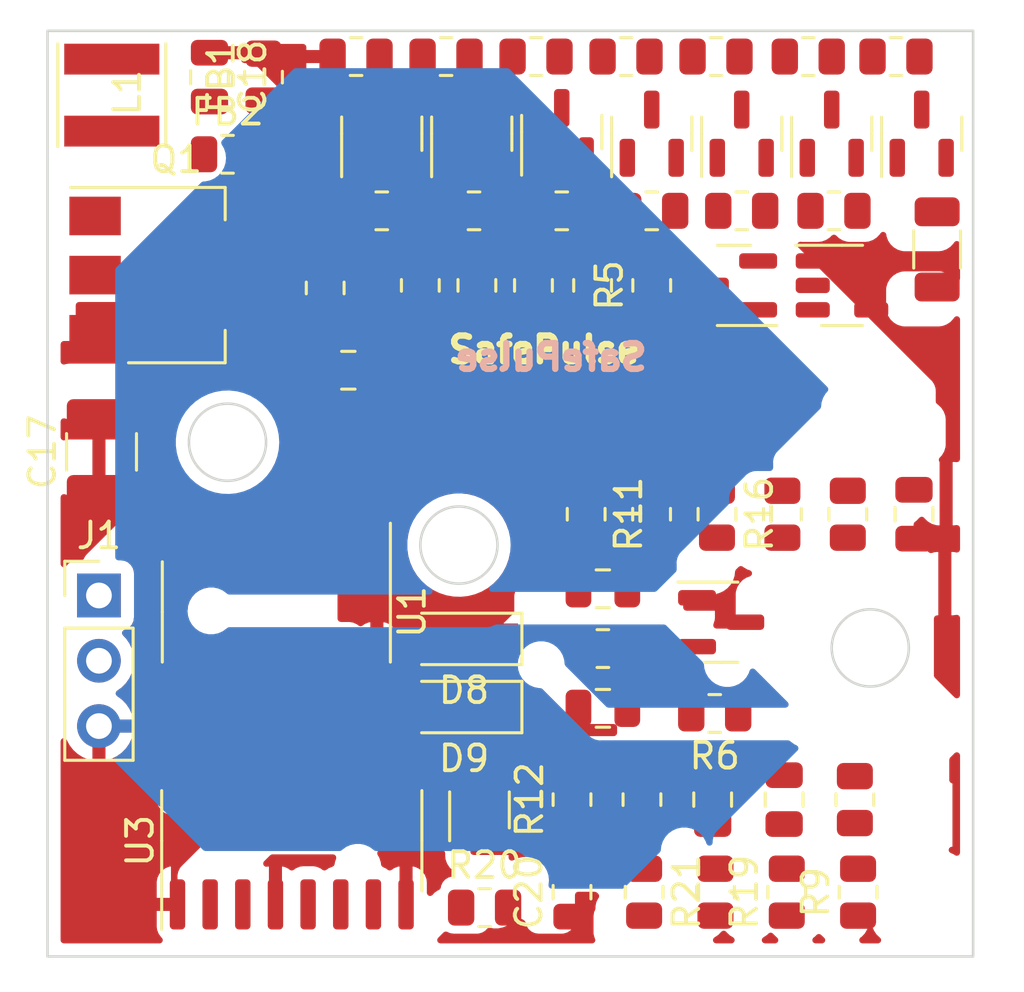
<source format=kicad_pcb>
(kicad_pcb (version 20210108) (generator pcbnew)
  (layers (0 "F.Cu" signal) (31 "B.Cu" signal) (34 "B.Paste" user) (35 "F.Paste" user) (36 "B.SilkS" user "B.Silkscreen") (37 "F.SilkS" user "F.Silkscreen") (38 "B.Mask" user) (39 "F.Mask" user) (44 "Edge.Cuts" user))
  (net 0 "")
  (net 1 "Net-(C1-Pad2)")
  (net 2 "Net-(C2-Pad2)")
  (net 3 "GND")
  (net 4 "Net-(C3-Pad2)")
  (net 5 "Net-(C4-Pad2)")
  (net 6 "Net-(C5-Pad2)")
  (net 7 "Net-(C6-Pad2)")
  (net 8 "Net-(C7-Pad2)")
  (net 9 "Net-(C10-Pad1)")
  (net 10 "Net-(C11-Pad1)")
  (net 11 "Net-(C10-Pad2)")
  (net 12 "Net-(C11-Pad2)")
  (net 13 "Net-(C12-Pad2)")
  (net 14 "Net-(D7-Pad2)")
  (net 15 "Net-(D8-Pad2)")
  (net 16 "Net-(D8-Pad1)")
  (net 17 "Net-(D9-Pad1)")
  (net 18 "Net-(D9-Pad2)")
  (net 19 "+3V3")
  (net 20 "Net-(C2-Pad1)")
  (net 21 "Net-(Q2-Pad3)")
  (net 22 "Net-(Q2-Pad1)")
  (net 23 "Net-(Q3-Pad1)")
  (net 24 "Net-(D7-Pad3)")
  (net 25 "Net-(Q3-Pad5)")
  (net 26 "Net-(U2-Pad5)")
  (net 27 "Net-(R4-Pad1)")
  (net 28 "+2V5")
  (net 29 "Net-(Q1-Pad2)")
  (net 30 "Net-(R7-Pad2)")
  (net 31 "Net-(U3-Pad14)")
  (net 32 "Net-(U3-Pad10)")
  (net 33 "Net-(U3-Pad9)")
  (net 34 "Net-(U3-Pad7)")
  (net 35 "Net-(C14-Pad1)")
  (net 36 "Net-(U4-Pad3)")
  (net 37 "Net-(C15-Pad1)")
  (net 38 "Net-(R8-Pad2)")
  (net 39 "Net-(C16-Pad1)")
  (net 40 "Net-(C19-Pad1)")
  (net 41 "Net-(C18-Pad1)")
  (net 42 "Net-(R1-Pad2)")
  (net 43 "Net-(R2-Pad1)")
  (net 44 "Net-(R3-Pad1)")
  (net 45 "Net-(FB2-Pad2)")
  (net 46 "Net-(C20-Pad1)")
  (net 47 "Net-(C21-Pad1)")
  (net 48 "Net-(C22-Pad1)")
  (net 49 "Net-(R21-Pad1)")
  (footprint "Resistor_SMD:R_0805_2012Metric" (layer "F.Cu") (at 123.204 97.5 -90)
    (fp_text reference "R21" (at 0 -1.65 -270) (layer "F.SilkS"))
    (fp_text value "47k")
    (fp_line (start -0.227064 -0.735) (end 0.227064 -0.735) (layer "F.SilkS") (width 0.12))
    (fp_line (start -0.227064 0.735) (end 0.227064 0.735) (layer "F.SilkS") (width 0.12))
    (pad "1" smd roundrect (at -0.9125 0 270) (size 1.025 1.4) (layers "F.Cu" "F.Paste" "F.Mask") (roundrect_rratio 0.243902) (net 49 "Net-(R21-Pad1)"))
    (pad "2" smd roundrect (at 0.9125 0 270) (size 1.025 1.4) (layers "F.Cu" "F.Paste" "F.Mask") (roundrect_rratio 0.243902) (net 48 "Net-(C22-Pad1)"))
  )
  (footprint "Resistor_SMD:R_0805_2012Metric" (layer "F.Cu") (at 119 65)
    (fp_text reference "C5" hide)
    (fp_text value "0.1" hide)
    (fp_line (start -0.227064 -0.735) (end 0.227064 -0.735) (layer "F.SilkS") (width 0.12))
    (fp_line (start -0.227064 0.735) (end 0.227064 0.735) (layer "F.SilkS") (width 0.12))
    (pad "1" smd roundrect (at -0.9125 0) (size 1.025 1.4) (layers "F.Cu" "F.Paste" "F.Mask") (roundrect_rratio 0.243902) (net 4 "Net-(C3-Pad2)"))
    (pad "2" smd roundrect (at 0.9125 0) (size 1.025 1.4) (layers "F.Cu" "F.Paste" "F.Mask") (roundrect_rratio 0.243902) (net 6 "Net-(C5-Pad2)"))
  )
  (footprint "Resistor_SMD:R_0805_2012Metric" (layer "F.Cu") (at 128.582 82.8 -90)
    (fp_text reference "R13" hide)
    (fp_text value "100")
    (fp_line (start -0.227064 -0.735) (end 0.227064 -0.735) (layer "F.SilkS") (width 0.12))
    (fp_line (start -0.227064 0.735) (end 0.227064 0.735) (layer "F.SilkS") (width 0.12))
    (pad "1" smd roundrect (at -0.9125 0 270) (size 1.025 1.4) (layers "F.Cu" "F.Paste" "F.Mask") (roundrect_rratio 0.243902) (net 19 "+3V3"))
    (pad "2" smd roundrect (at 0.9125 0 270) (size 1.025 1.4) (layers "F.Cu" "F.Paste" "F.Mask") (roundrect_rratio 0.243902) (net 40 "Net-(C19-Pad1)"))
  )
  (footprint "Package_TO_SOT_SMD:SOT-23" (layer "F.Cu") (at 130.5 68 90)
    (fp_text reference "D6" hide)
    (fp_text value "BAV23" hide)
    (fp_line (start 0 1.56) (end 0.65 1.56) (layer "F.SilkS") (width 0.12))
    (fp_line (start 0 -1.56) (end -1.675 -1.56) (layer "F.SilkS") (width 0.12))
    (fp_line (start 0 -1.56) (end 0.65 -1.56) (layer "F.SilkS") (width 0.12))
    (fp_line (start 0 1.56) (end -0.65 1.56) (layer "F.SilkS") (width 0.12))
    (pad "1" smd roundrect (at -0.9375 -0.95 90) (size 1.475 0.6) (layers "F.Cu" "F.Paste" "F.Mask") (net 11 "Net-(C10-Pad2)"))
    (pad "2" smd roundrect (at -0.9375 0.95 90) (size 1.475 0.6) (layers "F.Cu" "F.Paste" "F.Mask") (net 13 "Net-(C12-Pad2)"))
    (pad "3" smd roundrect (at 0.9375 0 90) (size 1.475 0.6) (layers "F.Cu" "F.Paste" "F.Mask") (net 12 "Net-(C11-Pad2)"))
  )
  (footprint "Package_TO_SOT_SMD:SOT-23" (layer "F.Cu") (at 116.5 68 90)
    (fp_text reference "D2" hide)
    (fp_text value "BAV23" hide)
    (fp_line (start 0 -1.56) (end -1.675 -1.56) (layer "F.SilkS") (width 0.12))
    (fp_line (start 0 -1.56) (end 0.65 -1.56) (layer "F.SilkS") (width 0.12))
    (fp_line (start 0 1.56) (end 0.65 1.56) (layer "F.SilkS") (width 0.12))
    (fp_line (start 0 1.56) (end -0.65 1.56) (layer "F.SilkS") (width 0.12))
    (pad "1" smd roundrect (at -0.9375 -0.95 90) (size 1.475 0.6) (layers "F.Cu" "F.Paste" "F.Mask") (net 2 "Net-(C2-Pad2)"))
    (pad "2" smd roundrect (at -0.9375 0.95 90) (size 1.475 0.6) (layers "F.Cu" "F.Paste" "F.Mask") (net 5 "Net-(C4-Pad2)"))
    (pad "3" smd roundrect (at 0.9375 0 90) (size 1.475 0.6) (layers "F.Cu" "F.Paste" "F.Mask") (net 4 "Net-(C3-Pad2)"))
  )
  (footprint "Package_TO_SOT_SMD:SOT-363_SC-70-6" (layer "F.Cu") (at 116.8 94.3 90)
    (fp_text reference "Q3" hide)
    (fp_text value "MMDT3906" hide)
    (fp_line (start 0.7 -1.16) (end -1.2 -1.16) (layer "F.SilkS") (width 0.12))
    (fp_line (start -0.7 1.16) (end 0.7 1.16) (layer "F.SilkS") (width 0.12))
    (pad "1" smd rect (at -0.95 -0.65 90) (size 0.65 0.4) (layers "F.Cu" "F.Paste" "F.Mask") (net 23 "Net-(Q3-Pad1)"))
    (pad "2" smd rect (at -0.95 0 90) (size 0.65 0.4) (layers "F.Cu" "F.Paste" "F.Mask") (net 46 "Net-(C20-Pad1)"))
    (pad "3" smd rect (at -0.95 0.65 90) (size 0.65 0.4) (layers "F.Cu" "F.Paste" "F.Mask") (net 3 "GND"))
    (pad "4" smd rect (at 0.95 0.65 90) (size 0.65 0.4) (layers "F.Cu" "F.Paste" "F.Mask") (net 23 "Net-(Q3-Pad1)"))
    (pad "5" smd rect (at 0.95 0 90) (size 0.65 0.4) (layers "F.Cu" "F.Paste" "F.Mask") (net 25 "Net-(Q3-Pad5)"))
    (pad "6" smd rect (at 0.95 -0.65 90) (size 0.65 0.4) (layers "F.Cu" "F.Paste" "F.Mask") (net 22 "Net-(Q2-Pad1)"))
  )
  (footprint "Resistor_SMD:R_0805_2012Metric" (layer "F.Cu") (at 123.12 93.9 90)
    (fp_text reference "R18" hide)
    (fp_text value "499k" hide)
    (fp_line (start -0.227064 -0.735) (end 0.227064 -0.735) (layer "F.SilkS") (width 0.12))
    (fp_line (start -0.227064 0.735) (end 0.227064 0.735) (layer "F.SilkS") (width 0.12))
    (pad "1" smd roundrect (at -0.9125 0 90) (size 1.025 1.4) (layers "F.Cu" "F.Paste" "F.Mask") (roundrect_rratio 0.243902) (net 47 "Net-(C21-Pad1)"))
    (pad "2" smd roundrect (at 0.9125 0 90) (size 1.025 1.4) (layers "F.Cu" "F.Paste" "F.Mask") (roundrect_rratio 0.243902) (net 23 "Net-(Q3-Pad1)"))
  )
  (footprint "Resistor_SMD:R_0805_2012Metric" (layer "F.Cu") (at 126 65)
    (fp_text reference "C9" hide)
    (fp_text value "0.1" hide)
    (fp_line (start -0.227064 -0.735) (end 0.227064 -0.735) (layer "F.SilkS") (width 0.12))
    (fp_line (start -0.227064 0.735) (end 0.227064 0.735) (layer "F.SilkS") (width 0.12))
    (pad "1" smd roundrect (at -0.9125 0) (size 1.025 1.4) (layers "F.Cu" "F.Paste" "F.Mask") (roundrect_rratio 0.243902) (net 8 "Net-(C7-Pad2)"))
    (pad "2" smd roundrect (at 0.9125 0) (size 1.025 1.4) (layers "F.Cu" "F.Paste" "F.Mask") (roundrect_rratio 0.243902) (net 10 "Net-(C11-Pad1)"))
  )
  (footprint "Capacitor_SMD:C_0805_2012Metric" (layer "F.Cu") (at 121.6 85.7)
    (fp_text reference "C19" hide)
    (fp_text value "1uF")
    (fp_line (start -0.261252 0.735) (end 0.261252 0.735) (layer "F.SilkS") (width 0.12))
    (fp_line (start -0.261252 -0.735) (end 0.261252 -0.735) (layer "F.SilkS") (width 0.12))
    (pad "1" smd roundrect (at -0.95 0) (size 1 1.45) (layers "F.Cu" "F.Paste" "F.Mask") (net 40 "Net-(C19-Pad1)"))
    (pad "2" smd roundrect (at 0.95 0) (size 1 1.45) (layers "F.Cu" "F.Paste" "F.Mask") (net 3 "GND"))
  )
  (footprint "Package_TO_SOT_SMD:SOT-23" (layer "F.Cu") (at 113 68 90)
    (fp_text reference "D1" hide)
    (fp_text value "BAV23" hide)
    (fp_line (start 0 -1.56) (end 0.65 -1.56) (layer "F.SilkS") (width 0.12))
    (fp_line (start 0 1.56) (end -0.65 1.56) (layer "F.SilkS") (width 0.12))
    (fp_line (start 0 1.56) (end 0.65 1.56) (layer "F.SilkS") (width 0.12))
    (fp_line (start 0 -1.56) (end -1.675 -1.56) (layer "F.SilkS") (width 0.12))
    (pad "1" smd roundrect (at -0.9375 -0.95 90) (size 1.475 0.6) (layers "F.Cu" "F.Paste" "F.Mask") (net 20 "Net-(C2-Pad1)"))
    (pad "2" smd roundrect (at -0.9375 0.95 90) (size 1.475 0.6) (layers "F.Cu" "F.Paste" "F.Mask") (net 2 "Net-(C2-Pad2)"))
    (pad "3" smd roundrect (at 0.9375 0 90) (size 1.475 0.6) (layers "F.Cu" "F.Paste" "F.Mask") (net 1 "Net-(C1-Pad2)"))
  )
  (footprint "Capacitor_SMD:C_0805_2012Metric" (layer "F.Cu") (at 111.7 77.2)
    (fp_text reference "C15" hide)
    (fp_text value "1uF")
    (fp_line (start -0.261252 -0.735) (end 0.261252 -0.735) (layer "F.SilkS") (width 0.12))
    (fp_line (start -0.261252 0.735) (end 0.261252 0.735) (layer "F.SilkS") (width 0.12))
    (pad "1" smd roundrect (at -0.95 0) (size 1 1.45) (layers "F.Cu" "F.Paste" "F.Mask") (net 37 "Net-(C15-Pad1)"))
    (pad "2" smd roundrect (at 0.95 0) (size 1 1.45) (layers "F.Cu" "F.Paste" "F.Mask") (net 3 "GND"))
  )
  (footprint "Resistor_SMD:R_0805_2012Metric" (layer "F.Cu") (at 118.9 73.9 -90)
    (fp_text reference "R3" hide)
    (fp_text value "22M" hide)
    (fp_line (start -0.227064 -0.735) (end 0.227064 -0.735) (layer "F.SilkS") (width 0.12))
    (fp_line (start -0.227064 0.735) (end 0.227064 0.735) (layer "F.SilkS") (width 0.12))
    (pad "1" smd roundrect (at -0.9125 0 270) (size 1.025 1.4) (layers "F.Cu" "F.Paste" "F.Mask") (roundrect_rratio 0.243902) (net 44 "Net-(R3-Pad1)"))
    (pad "2" smd roundrect (at 0.9125 0 270) (size 1.025 1.4) (layers "F.Cu" "F.Paste" "F.Mask") (roundrect_rratio 0.243902) (net 43 "Net-(R2-Pad1)"))
  )
  (footprint "Resistor_SMD:R_0805_2012Metric" (layer "F.Cu") (at 122.5 65)
    (fp_text reference "C7" hide)
    (fp_text value "0.1" hide)
    (fp_line (start -0.227064 0.735) (end 0.227064 0.735) (layer "F.SilkS") (width 0.12))
    (fp_line (start -0.227064 -0.735) (end 0.227064 -0.735) (layer "F.SilkS") (width 0.12))
    (pad "1" smd roundrect (at -0.9125 0) (size 1.025 1.4) (layers "F.Cu" "F.Paste" "F.Mask") (roundrect_rratio 0.243902) (net 6 "Net-(C5-Pad2)"))
    (pad "2" smd roundrect (at 0.9125 0) (size 1.025 1.4) (layers "F.Cu" "F.Paste" "F.Mask") (roundrect_rratio 0.243902) (net 8 "Net-(C7-Pad2)"))
  )
  (footprint "Capacitor_SMD:C_0805_2012Metric" (layer "F.Cu") (at 120.4 97.5 90)
    (fp_text reference "C20" (at 0 -1.68 90) (layer "F.SilkS"))
    (fp_text value "C")
    (fp_line (start -0.261252 0.735) (end 0.261252 0.735) (layer "F.SilkS") (width 0.12))
    (fp_line (start -0.261252 -0.735) (end 0.261252 -0.735) (layer "F.SilkS") (width 0.12))
    (pad "1" smd roundrect (at -0.95 0 90) (size 1 1.45) (layers "F.Cu" "F.Paste" "F.Mask") (net 46 "Net-(C20-Pad1)"))
    (pad "2" smd roundrect (at 0.95 0 90) (size 1 1.45) (layers "F.Cu" "F.Paste" "F.Mask") (net 3 "GND"))
  )
  (footprint "Resistor_SMD:R_0805_2012Metric" (layer "F.Cu") (at 121.2 73.9 90)
    (fp_text reference "R4" hide)
    (fp_text value "22M" hide)
    (fp_line (start -0.227064 -0.735) (end 0.227064 -0.735) (layer "F.SilkS") (width 0.12))
    (fp_line (start -0.227064 0.735) (end 0.227064 0.735) (layer "F.SilkS") (width 0.12))
    (pad "1" smd roundrect (at -0.9125 0 90) (size 1.025 1.4) (layers "F.Cu" "F.Paste" "F.Mask") (roundrect_rratio 0.243902) (net 27 "Net-(R4-Pad1)"))
    (pad "2" smd roundrect (at 0.9125 0 90) (size 1.025 1.4) (layers "F.Cu" "F.Paste" "F.Mask") (roundrect_rratio 0.243902) (net 44 "Net-(R3-Pad1)"))
  )
  (footprint "Resistor_SMD:R_0805_2012Metric" (layer "F.Cu") (at 120.95 82.8 -90)
    (fp_text reference "R11" (at 0 -1.65 90) (layer "F.SilkS"))
    (fp_text value "121k")
    (fp_line (start -0.227064 -0.735) (end 0.227064 -0.735) (layer "F.SilkS") (width 0.12))
    (fp_line (start -0.227064 0.735) (end 0.227064 0.735) (layer "F.SilkS") (width 0.12))
    (pad "1" smd roundrect (at -0.9125 0 270) (size 1.025 1.4) (layers "F.Cu" "F.Paste" "F.Mask") (roundrect_rratio 0.243902) (net 40 "Net-(C19-Pad1)"))
    (pad "2" smd roundrect (at 0.9125 0 270) (size 1.025 1.4) (layers "F.Cu" "F.Paste" "F.Mask") (roundrect_rratio 0.243902) (net 39 "Net-(C16-Pad1)"))
  )
  (footprint "Resistor_SMD:R_0805_2012Metric" (layer "F.Cu") (at 125.978 97.5 90)
    (fp_text reference "R22" hide)
    (fp_text value "20k" hide)
    (fp_line (start -0.227064 -0.735) (end 0.227064 -0.735) (layer "F.SilkS") (width 0.12))
    (fp_line (start -0.227064 0.735) (end 0.227064 0.735) (layer "F.SilkS") (width 0.12))
    (pad "1" smd roundrect (at -0.9125 0 90) (size 1.025 1.4) (layers "F.Cu" "F.Paste" "F.Mask") (roundrect_rratio 0.243902) (net 48 "Net-(C22-Pad1)"))
    (pad "2" smd roundrect (at 0.9125 0 90) (size 1.025 1.4) (layers "F.Cu" "F.Paste" "F.Mask") (roundrect_rratio 0.243902) (net 3 "GND"))
  )
  (footprint "Package_TO_SOT_SMD:SOT-23" (layer "F.Cu") (at 123.5 68 90)
    (fp_text reference "D4" hide)
    (fp_text value "BAV23" hide)
    (fp_line (start 0 1.56) (end -0.65 1.56) (layer "F.SilkS") (width 0.12))
    (fp_line (start 0 -1.56) (end 0.65 -1.56) (layer "F.SilkS") (width 0.12))
    (fp_line (start 0 -1.56) (end -1.675 -1.56) (layer "F.SilkS") (width 0.12))
    (fp_line (start 0 1.56) (end 0.65 1.56) (layer "F.SilkS") (width 0.12))
    (pad "1" smd roundrect (at -0.9375 -0.95 90) (size 1.475 0.6) (layers "F.Cu" "F.Paste" "F.Mask") (net 7 "Net-(C6-Pad2)"))
    (pad "2" smd roundrect (at -0.9375 0.95 90) (size 1.475 0.6) (layers "F.Cu" "F.Paste" "F.Mask") (net 9 "Net-(C10-Pad1)"))
    (pad "3" smd roundrect (at 0.9375 0 90) (size 1.475 0.6) (layers "F.Cu" "F.Paste" "F.Mask") (net 8 "Net-(C7-Pad2)"))
  )
  (footprint "Diode_SMD:D_SOD-123" (layer "F.Cu") (at 116.2 87.65 180)
    (fp_text reference "D8" (at 0 -2) (layer "F.SilkS"))
    (fp_text value "1N4148W")
    (fp_line (start -2.25 -1) (end 1.65 -1) (layer "F.SilkS") (width 0.12))
    (fp_line (start -2.25 -1) (end -2.25 1) (layer "F.SilkS") (width 0.12))
    (fp_line (start -2.25 1) (end 1.65 1) (layer "F.SilkS") (width 0.12))
    (pad "1" smd rect (at -1.65 0 180) (size 0.9 1.2) (layers "F.Cu" "F.Paste" "F.Mask") (net 16 "Net-(D8-Pad1)"))
    (pad "2" smd rect (at 1.65 0 180) (size 0.9 1.2) (layers "F.Cu" "F.Paste" "F.Mask") (net 15 "Net-(D8-Pad2)"))
  )
  (footprint "Resistor_SMD:R_0805_2012Metric" (layer "F.Cu") (at 110.8 74 90)
    (fp_text reference "R10" hide)
    (fp_text value "R")
    (fp_line (start -0.227064 -0.735) (end 0.227064 -0.735) (layer "F.SilkS") (width 0.12))
    (fp_line (start -0.227064 0.735) (end 0.227064 0.735) (layer "F.SilkS") (width 0.12))
    (pad "1" smd roundrect (at -0.9125 0 90) (size 1.025 1.4) (layers "F.Cu" "F.Paste" "F.Mask") (roundrect_rratio 0.243902) (net 37 "Net-(C15-Pad1)"))
    (pad "2" smd roundrect (at 0.9125 0 90) (size 1.025 1.4) (layers "F.Cu" "F.Paste" "F.Mask") (roundrect_rratio 0.243902) (net 45 "Net-(FB2-Pad2)"))
  )
  (footprint "Package_TO_SOT_SMD:SOT-23-5" (layer "F.Cu") (at 130.9 73.9)
    (fp_text reference "U2" hide)
    (fp_text value "MAX4162" hide)
    (fp_line (start 0 1.56) (end 0.8 1.56) (layer "F.SilkS") (width 0.12))
    (fp_line (start 0 -1.56) (end 0.8 -1.56) (layer "F.SilkS") (width 0.12))
    (fp_line (start 0 -1.56) (end -1.8 -1.56) (layer "F.SilkS") (width 0.12))
    (fp_line (start 0 1.56) (end -0.8 1.56) (layer "F.SilkS") (width 0.12))
    (pad "1" smd roundrect (at -1.1375 -0.95) (size 1.325 0.6) (layers "F.Cu" "F.Paste" "F.Mask") (net 38 "Net-(R8-Pad2)"))
    (pad "2" smd roundrect (at -1.1375 0) (size 1.325 0.6) (layers "F.Cu" "F.Paste" "F.Mask") (net 3 "GND"))
    (pad "3" smd roundrect (at -1.1375 0.95) (size 1.325 0.6) (layers "F.Cu" "F.Paste" "F.Mask") (net 28 "+2V5"))
    (pad "4" smd roundrect (at 1.1375 0.95) (size 1.325 0.6) (layers "F.Cu" "F.Paste" "F.Mask") (net 27 "Net-(R4-Pad1)"))
    (pad "5" smd roundrect (at 1.1375 -0.95) (size 1.325 0.6) (layers "F.Cu" "F.Paste" "F.Mask") (net 26 "Net-(U2-Pad5)"))
  )
  (footprint "Capacitor_SMD:C_0805_2012Metric" (layer "F.Cu") (at 125.87 93.9 90)
    (fp_text reference "C22" hide)
    (fp_text value "C" hide)
    (fp_line (start -0.261252 0.735) (end 0.261252 0.735) (layer "F.SilkS") (width 0.12))
    (fp_line (start -0.261252 -0.735) (end 0.261252 -0.735) (layer "F.SilkS") (width 0.12))
    (pad "1" smd roundrect (at -0.95 0 90) (size 1 1.45) (layers "F.Cu" "F.Paste" "F.Mask") (net 48 "Net-(C22-Pad1)"))
    (pad "2" smd roundrect (at 0.95 0 90) (size 1 1.45) (layers "F.Cu" "F.Paste" "F.Mask") (net 3 "GND"))
  )
  (footprint "Package_TO_SOT_SMD:SOT-23" (layer "F.Cu") (at 127 68 90)
    (fp_text reference "D5" hide)
    (fp_text value "BAV23" hide)
    (fp_line (start 0 -1.56) (end -1.675 -1.56) (layer "F.SilkS") (width 0.12))
    (fp_line (start 0 1.56) (end -0.65 1.56) (layer "F.SilkS") (width 0.12))
    (fp_line (start 0 -1.56) (end 0.65 -1.56) (layer "F.SilkS") (width 0.12))
    (fp_line (start 0 1.56) (end 0.65 1.56) (layer "F.SilkS") (width 0.12))
    (pad "1" smd roundrect (at -0.9375 -0.95 90) (size 1.475 0.6) (layers "F.Cu" "F.Paste" "F.Mask") (net 9 "Net-(C10-Pad1)"))
    (pad "2" smd roundrect (at -0.9375 0.95 90) (size 1.475 0.6) (layers "F.Cu" "F.Paste" "F.Mask") (net 11 "Net-(C10-Pad2)"))
    (pad "3" smd roundrect (at 0.9375 0 90) (size 1.475 0.6) (layers "F.Cu" "F.Paste" "F.Mask") (net 10 "Net-(C11-Pad1)"))
  )
  (footprint "Capacitor_SMD:C_0805_2012Metric" (layer "F.Cu") (at 106.3 65.8 -90)
    (fp_text reference "C18" (at 0 -1.68 90) (layer "F.SilkS"))
    (fp_text value "1uF")
    (fp_line (start -0.261252 -0.735) (end 0.261252 -0.735) (layer "F.SilkS") (width 0.12))
    (fp_line (start -0.261252 0.735) (end 0.261252 0.735) (layer "F.SilkS") (width 0.12))
    (pad "1" smd roundrect (at -0.95 0 270) (size 1 1.45) (layers "F.Cu" "F.Paste" "F.Mask") (net 41 "Net-(C18-Pad1)"))
    (pad "2" smd roundrect (at 0.95 0 270) (size 1 1.45) (layers "F.Cu" "F.Paste" "F.Mask") (net 3 "GND"))
  )
  (footprint "Resistor_SMD:R_0805_2012Metric" (layer "F.Cu") (at 127 71)
    (fp_text reference "C10" hide)
    (fp_text value "0.1" hide)
    (fp_line (start -0.227064 -0.735) (end 0.227064 -0.735) (layer "F.SilkS") (width 0.12))
    (fp_line (start -0.227064 0.735) (end 0.227064 0.735) (layer "F.SilkS") (width 0.12))
    (pad "1" smd roundrect (at -0.9125 0) (size 1.025 1.4) (layers "F.Cu" "F.Paste" "F.Mask") (roundrect_rratio 0.243902) (net 9 "Net-(C10-Pad1)"))
    (pad "2" smd roundrect (at 0.9125 0) (size 1.025 1.4) (layers "F.Cu" "F.Paste" "F.Mask") (roundrect_rratio 0.243902) (net 11 "Net-(C10-Pad2)"))
  )
  (footprint "Resistor_SMD:R_0805_2012Metric" (layer "F.Cu") (at 125.95 90.55 180)
    (fp_text reference "R6" (at 0 -1.65) (layer "F.SilkS"))
    (fp_text value "560K")
    (fp_line (start -0.227064 -0.735) (end 0.227064 -0.735) (layer "F.SilkS") (width 0.12))
    (fp_line (start -0.227064 0.735) (end 0.227064 0.735) (layer "F.SilkS") (width 0.12))
    (pad "1" smd roundrect (at -0.9125 0 180) (size 1.025 1.4) (layers "F.Cu" "F.Paste" "F.Mask") (roundrect_rratio 0.243902) (net 19 "+3V3"))
    (pad "2" smd roundrect (at 0.9125 0 180) (size 1.025 1.4) (layers "F.Cu" "F.Paste" "F.Mask") (roundrect_rratio 0.243902) (net 28 "+2V5"))
  )
  (footprint "Package_TO_SOT_SMD:SOT-23" (layer "F.Cu") (at 126.2 87)
    (fp_text reference "Q2" hide)
    (fp_text value "BC846" hide)
    (fp_line (start 0 -1.56) (end 0.65 -1.56) (layer "F.SilkS") (width 0.12))
    (fp_line (start 0 -1.56) (end -1.675 -1.56) (layer "F.SilkS") (width 0.12))
    (fp_line (start 0 1.56) (end -0.65 1.56) (layer "F.SilkS") (width 0.12))
    (fp_line (start 0 1.56) (end 0.65 1.56) (layer "F.SilkS") (width 0.12))
    (pad "1" smd roundrect (at -0.9375 -0.95) (size 1.475 0.6) (layers "F.Cu" "F.Paste" "F.Mask") (net 22 "Net-(Q2-Pad1)"))
    (pad "2" smd roundrect (at -0.9375 0.95) (size 1.475 0.6) (layers "F.Cu" "F.Paste" "F.Mask") (net 3 "GND"))
    (pad "3" smd roundrect (at 0.9375 0) (size 1.475 0.6) (layers "F.Cu" "F.Paste" "F.Mask") (net 21 "Net-(Q2-Pad3)"))
  )
  (footprint "Resistor_SMD:R_1206_3216Metric" (layer "F.Cu") (at 134.6 72.5 -90)
    (fp_text reference "R7" hide)
    (fp_text value "4M7" hide)
    (fp_line (start -0.727064 -0.91) (end 0.727064 -0.91) (layer "F.SilkS") (width 0.12))
    (fp_line (start -0.727064 0.91) (end 0.727064 0.91) (layer "F.SilkS") (width 0.12))
    (pad "1" smd roundrect (at -1.4625 0 270) (size 1.125 1.75) (layers "F.Cu" "F.Paste" "F.Mask") (roundrect_rratio 0.222222) (net 24 "Net-(D7-Pad3)"))
    (pad "2" smd roundrect (at 1.4625 0 270) (size 1.125 1.75) (layers "F.Cu" "F.Paste" "F.Mask") (roundrect_rratio 0.222222) (net 30 "Net-(R7-Pad2)"))
  )
  (footprint "Resistor_SMD:R_0805_2012Metric" (layer "F.Cu") (at 112 65)
    (fp_text reference "C1" hide)
    (fp_text value "0.1" hide)
    (fp_line (start -0.227064 -0.735) (end 0.227064 -0.735) (layer "F.SilkS") (width 0.12))
    (fp_line (start -0.227064 0.735) (end 0.227064 0.735) (layer "F.SilkS") (width 0.12))
    (pad "1" smd roundrect (at -0.9125 0) (size 1.025 1.4) (layers "F.Cu" "F.Paste" "F.Mask") (roundrect_rratio 0.243902) (net 3 "GND"))
    (pad "2" smd roundrect (at 0.9125 0) (size 1.025 1.4) (layers "F.Cu" "F.Paste" "F.Mask") (roundrect_rratio 0.243902) (net 1 "Net-(C1-Pad2)"))
  )
  (footprint "Resistor_SMD:R_0805_2012Metric" (layer "F.Cu") (at 128.752 97.5 90)
    (fp_text reference "R19" (at 0 -1.65 90) (layer "F.SilkS"))
    (fp_text value "1k")
    (fp_line (start -0.227064 0.735) (end 0.227064 0.735) (layer "F.SilkS") (width 0.12))
    (fp_line (start -0.227064 -0.735) (end 0.227064 -0.735) (layer "F.SilkS") (width 0.12))
    (pad "1" smd roundrect (at -0.9125 0 90) (size 1.025 1.4) (layers "F.Cu" "F.Paste" "F.Mask") (roundrect_rratio 0.243902) (net 47 "Net-(C21-Pad1)"))
    (pad "2" smd roundrect (at 0.9125 0 90) (size 1.025 1.4) (layers "F.Cu" "F.Paste" "F.Mask") (roundrect_rratio 0.243902) (net 19 "+3V3"))
  )
  (footprint "Resistor_SMD:R_0805_2012Metric" (layer "F.Cu") (at 123.5 73.9 90)
    (fp_text reference "R5" (at 0 -1.65 90) (layer "F.SilkS"))
    (fp_text value "3.16M" hide)
    (fp_line (start -0.227064 -0.735) (end 0.227064 -0.735) (layer "F.SilkS") (width 0.12))
    (fp_line (start -0.227064 0.735) (end 0.227064 0.735) (layer "F.SilkS") (width 0.12))
    (pad "1" smd roundrect (at -0.9125 0 90) (size 1.025 1.4) (layers "F.Cu" "F.Paste" "F.Mask") (roundrect_rratio 0.243902) (net 27 "Net-(R4-Pad1)"))
    (pad "2" smd roundrect (at 0.9125 0 90) (size 1.025 1.4) (layers "F.Cu" "F.Paste" "F.Mask") (roundrect_rratio 0.243902) (net 3 "GND"))
  )
  (footprint "Capacitor_SMD:C_0805_2012Metric" (layer "F.Cu") (at 133.7 82.8 -90)
    (fp_text reference "C14" hide)
    (fp_text value "0.1")
    (fp_line (start -0.261252 -0.735) (end 0.261252 -0.735) (layer "F.SilkS") (width 0.12))
    (fp_line (start -0.261252 0.735) (end 0.261252 0.735) (layer "F.SilkS") (width 0.12))
    (pad "1" smd roundrect (at -0.95 0 270) (size 1 1.45) (layers "F.Cu" "F.Paste" "F.Mask") (net 35 "Net-(C14-Pad1)"))
    (pad "2" smd roundrect (at 0.95 0 270) (size 1 1.45) (layers "F.Cu" "F.Paste" "F.Mask") (net 3 "GND"))
  )
  (footprint "Resistor_SMD:R_0805_2012Metric" (layer "F.Cu") (at 113 71)
    (fp_text reference "C2" hide)
    (fp_text value "0.1" hide)
    (fp_line (start -0.227064 -0.735) (end 0.227064 -0.735) (layer "F.SilkS") (width 0.12))
    (fp_line (start -0.227064 0.735) (end 0.227064 0.735) (layer "F.SilkS") (width 0.12))
    (pad "1" smd roundrect (at -0.9125 0) (size 1.025 1.4) (layers "F.Cu" "F.Paste" "F.Mask") (roundrect_rratio 0.243902) (net 20 "Net-(C2-Pad1)"))
    (pad "2" smd roundrect (at 0.9125 0) (size 1.025 1.4) (layers "F.Cu" "F.Paste" "F.Mask") (roundrect_rratio 0.243902) (net 2 "Net-(C2-Pad2)"))
  )
  (footprint "Resistor_SMD:R_0805_2012Metric" (layer "F.Cu") (at 123.5 71)
    (fp_text reference "C8" hide)
    (fp_text value "0.1" hide)
    (fp_line (start -0.227064 -0.735) (end 0.227064 -0.735) (layer "F.SilkS") (width 0.12))
    (fp_line (start -0.227064 0.735) (end 0.227064 0.735) (layer "F.SilkS") (width 0.12))
    (pad "1" smd roundrect (at -0.9125 0) (size 1.025 1.4) (layers "F.Cu" "F.Paste" "F.Mask") (roundrect_rratio 0.243902) (net 7 "Net-(C6-Pad2)"))
    (pad "2" smd roundrect (at 0.9125 0) (size 1.025 1.4) (layers "F.Cu" "F.Paste" "F.Mask") (roundrect_rratio 0.243902) (net 9 "Net-(C10-Pad1)"))
  )
  (footprint "Resistor_SMD:R_0805_2012Metric" (layer "F.Cu") (at 120 71)
    (fp_text reference "C6" hide)
    (fp_text value "0.1" hide)
    (fp_line (start -0.227064 0.735) (end 0.227064 0.735) (layer "F.SilkS") (width 0.12))
    (fp_line (start -0.227064 -0.735) (end 0.227064 -0.735) (layer "F.SilkS") (width 0.12))
    (pad "1" smd roundrect (at -0.9125 0) (size 1.025 1.4) (layers "F.Cu" "F.Paste" "F.Mask") (roundrect_rratio 0.243902) (net 5 "Net-(C4-Pad2)"))
    (pad "2" smd roundrect (at 0.9125 0) (size 1.025 1.4) (layers "F.Cu" "F.Paste" "F.Mask") (roundrect_rratio 0.243902) (net 7 "Net-(C6-Pad2)"))
  )
  (footprint "Resistor_SMD:R_0805_2012Metric" (layer "F.Cu") (at 123.494 82.8 90)
    (fp_text reference "R15" hide)
    (fp_text value "1M49" hide)
    (fp_line (start -0.227064 -0.735) (end 0.227064 -0.735) (layer "F.SilkS") (width 0.12))
    (fp_line (start -0.227064 0.735) (end 0.227064 0.735) (layer "F.SilkS") (width 0.12))
    (pad "1" smd roundrect (at -0.9125 0 90) (size 1.025 1.4) (layers "F.Cu" "F.Paste" "F.Mask") (roundrect_rratio 0.243902) (net 28 "+2V5"))
    (pad "2" smd roundrect (at 0.9125 0 90) (size 1.025 1.4) (layers "F.Cu" "F.Paste" "F.Mask") (roundrect_rratio 0.243902) (net 46 "Net-(C20-Pad1)"))
  )
  (footprint "Inductor_SMD:L_Taiyo-Yuden_MD-4040" (layer "F.Cu") (at 102.5 66.5 -90)
    (fp_text reference "L1" (at -0.1 -0.6 -90) (layer "F.SilkS"))
    (fp_text value "2.2uH")
    (fp_line (start -2 -2.1) (end 2 -2.1) (layer "F.SilkS") (width 0.12))
    (fp_line (start -2 2.1) (end 2 2.1) (layer "F.SilkS") (width 0.12))
    (pad "1" smd rect (at -1.4 0 270) (size 1.2 3.7) (layers "F.Cu" "F.Paste" "F.Mask") (net 41 "Net-(C18-Pad1)"))
    (pad "2" smd rect (at 1.4 0 270) (size 1.2 3.7) (layers "F.Cu" "F.Paste" "F.Mask") (net 20 "Net-(C2-Pad1)"))
  )
  (footprint "Resistor_SMD:R_0805_2012Metric" (layer "F.Cu") (at 120.4 93.9 90)
    (fp_text reference "R12" (at 0 -1.65 90) (layer "F.SilkS"))
    (fp_text value "33k")
    (fp_line (start -0.227064 -0.735) (end 0.227064 -0.735) (layer "F.SilkS") (width 0.12))
    (fp_line (start -0.227064 0.735) (end 0.227064 0.735) (layer "F.SilkS") (width 0.12))
    (pad "1" smd roundrect (at -0.9125 0 90) (size 1.025 1.4) (layers "F.Cu" "F.Paste" "F.Mask") (roundrect_rratio 0.243902) (net 17 "Net-(D9-Pad1)"))
    (pad "2" smd roundrect (at 0.9125 0 90) (size 1.025 1.4) (layers "F.Cu" "F.Paste" "F.Mask") (roundrect_rratio 0.243902) (net 21 "Net-(Q2-Pad3)"))
  )
  (footprint "Resistor_SMD:R_0805_2012Metric" (layer "F.Cu") (at 114.5 73.9 90)
    (fp_text reference "R1" hide)
    (fp_text value "22M" hide)
    (fp_line (start -0.227064 0.735) (end 0.227064 0.735) (layer "F.SilkS") (width 0.12))
    (fp_line (start -0.227064 -0.735) (end 0.227064 -0.735) (layer "F.SilkS") (width 0.12))
    (pad "1" smd roundrect (at -0.9125 0 90) (size 1.025 1.4) (layers "F.Cu" "F.Paste" "F.Mask") (roundrect_rratio 0.243902) (net 1 "Net-(C1-Pad2)"))
    (pad "2" smd roundrect (at 0.9125 0 90) (size 1.025 1.4) (layers "F.Cu" "F.Paste" "F.Mask") (roundrect_rratio 0.243902) (net 42 "Net-(R1-Pad2)"))
  )
  (footprint "Resistor_SMD:R_0805_2012Metric" (layer "F.Cu") (at 130.588 71)
    (fp_text reference "C12" hide)
    (fp_text value "0.1" hide)
    (fp_line (start -0.227064 0.735) (end 0.227064 0.735) (layer "F.SilkS") (width 0.12))
    (fp_line (start -0.227064 -0.735) (end 0.227064 -0.735) (layer "F.SilkS") (width 0.12))
    (pad "1" smd roundrect (at -0.9125 0) (size 1.025 1.4) (layers "F.Cu" "F.Paste" "F.Mask") (roundrect_rratio 0.243902) (net 11 "Net-(C10-Pad2)"))
    (pad "2" smd roundrect (at 0.9125 0) (size 1.025 1.4) (layers "F.Cu" "F.Paste" "F.Mask") (roundrect_rratio 0.243902) (net 13 "Net-(C12-Pad2)"))
  )
  (footprint "Package_SO:SOIC-14_3.9x8.7mm_P1.27mm" (layer "F.Cu") (at 108.9 86.6 -90)
    (fp_text reference "U1" (at 0 -5.28 90) (layer "F.SilkS"))
    (fp_text value "74HC14" hide)
    (fp_line (start 0 4.435) (end -1.95 4.435) (layer "F.SilkS") (width 0.12))
    (fp_line (start 0 -4.435) (end -3.45 -4.435) (layer "F.SilkS") (width 0.12))
    (fp_line (start 0 4.435) (end 1.95 4.435) (layer "F.SilkS") (width 0.12))
    (fp_line (start 0 -4.435) (end 1.95 -4.435) (layer "F.SilkS") (width 0.12))
    (pad "1" smd roundrect (at -2.475 -3.81 270) (size 1.95 0.6) (layers "F.Cu" "F.Paste" "F.Mask") (net 35 "Net-(C14-Pad1)"))
    (pad "2" smd roundrect (at -2.475 -2.54 270) (size 1.95 0.6) (layers "F.Cu" "F.Paste" "F.Mask") (net 16 "Net-(D8-Pad1)"))
    (pad "3" smd roundrect (at -2.475 -1.27 270) (size 1.95 0.6) (layers "F.Cu" "F.Paste" "F.Mask") (net 16 "Net-(D8-Pad1)"))
    (pad "4" smd roundrect (at -2.475 0 270) (size 1.95 0.6) (layers "F.Cu" "F.Paste" "F.Mask") (net 29 "Net-(Q1-Pad2)"))
    (pad "5" smd roundrect (at -2.475 1.27 270) (size 1.95 0.6) (layers "F.Cu" "F.Paste" "F.Mask") (net 16 "Net-(D8-Pad1)"))
    (pad "6" smd roundrect (at -2.475 2.54 270) (size 1.95 0.6) (layers "F.Cu" "F.Paste" "F.Mask") (net 29 "Net-(Q1-Pad2)"))
    (pad "7" smd roundrect (at -2.475 3.81 270) (size 1.95 0.6) (layers "F.Cu" "F.Paste" "F.Mask") (net 3 "GND"))
    (pad "8" smd roundrect (at 2.475 3.81 270) (size 1.95 0.6) (layers "F.Cu" "F.Paste" "F.Mask") (net 29 "Net-(Q1-Pad2)"))
    (pad "9" smd roundrect (at 2.475 2.54 270) (size 1.95 0.6) (layers "F.Cu" "F.Paste" "F.Mask") (net 16 "Net-(D8-Pad1)"))
    (pad "10" smd roundrect (at 2.475 1.27 270) (size 1.95 0.6) (layers "F.Cu" "F.Paste" "F.Mask") (net 29 "Net-(Q1-Pad2)"))
    (pad "11" smd roundrect (at 2.475 0 270) (size 1.95 0.6) (layers "F.Cu" "F.Paste" "F.Mask") (net 16 "Net-(D8-Pad1)"))
    (pad "12" smd roundrect (at 2.475 -1.27 270) (size 1.95 0.6) (layers "F.Cu" "F.Paste" "F.Mask") (net 29 "Net-(Q1-Pad2)"))
    (pad "13" smd roundrect (at 2.475 -2.54 270) (size 1.95 0.6) (layers "F.Cu" "F.Paste" "F.Mask") (net 16 "Net-(D8-Pad1)"))
    (pad "14" smd roundrect (at 2.475 -3.81 270) (size 1.95 0.6) (layers "F.Cu" "F.Paste" "F.Mask") (net 37 "Net-(C15-Pad1)"))
  )
  (footprint "Connector_PinHeader_2.54mm:PinHeader_1x03_P2.54mm_Vertical" (layer "F.Cu") (at 102 85.96)
    (fp_text reference "J1" (at 0 -2.33) (layer "F.SilkS"))
    (fp_text value "Conn_01x03_Male" hide)
    (fp_line (start -1.33 1.27) (end 1.33 1.27) (layer "F.SilkS") (width 0.12))
    (fp_line (start -1.33 0) (end -1.33 -1.33) (layer "F.SilkS") (width 0.12))
    (fp_line (start -1.33 1.27) (end -1.33 6.41) (layer "F.SilkS") (width 0.12))
    (fp_line (start 1.33 1.27) (end 1.33 6.41) (layer "F.SilkS") (width 0.12))
    (fp_line (start -1.33 -1.33) (end 0 -1.33) (layer "F.SilkS") (width 0.12))
    (fp_line (start -1.33 6.41) (end 1.33 6.41) (layer "F.SilkS") (width 0.12))
    (pad "1" thru_hole rect (at 0 0) (size 1.7 1.7) (drill 1) (layers *.Cu *.Mask) (net 19 "+3V3"))
    (pad "2" thru_hole oval (at 0 2.54) (size 1.7 1.7) (drill 1) (layers *.Cu *.Mask) (net 18 "Net-(D9-Pad2)"))
    (pad "3" thru_hole oval (at 0 5.08) (size 1.7 1.7) (drill 1) (layers *.Cu *.Mask) (net 3 "GND"))
  )
  (footprint "Resistor_SMD:R_0805_2012Metric" (layer "F.Cu") (at 108.4 65.8 90)
    (fp_text reference "FB1" (at 0 -1.65 90) (layer "F.SilkS"))
    (fp_text value "Ferrite_Bead" hide)
    (fp_line (start -0.227064 -0.735) (end 0.227064 -0.735) (layer "F.SilkS") (width 0.12))
    (fp_line (start -0.227064 0.735) (end 0.227064 0.735) (layer "F.SilkS") (width 0.12))
    (pad "1" smd roundrect (at -0.9125 0 90) (size 1.025 1.4) (layers "F.Cu" "F.Paste" "F.Mask") (roundrect_rratio 0.243902) (net 19 "+3V3"))
    (pad "2" smd roundrect (at 0.9125 0 90) (size 1.025 1.4) (layers "F.Cu" "F.Paste" "F.Mask") (roundrect_rratio 0.243902) (net 41 "Net-(C18-Pad1)"))
  )
  (footprint "Resistor_SMD:R_0805_2012Metric" (layer "F.Cu") (at 116.7 73.9 90)
    (fp_text reference "R2" hide)
    (fp_text value "22M" hide)
    (fp_line (start -0.227064 -0.735) (end 0.227064 -0.735) (layer "F.SilkS") (width 0.12))
    (fp_line (start -0.227064 0.735) (end 0.227064 0.735) (layer "F.SilkS") (width 0.12))
    (pad "1" smd roundrect (at -0.9125 0 90) (size 1.025 1.4) (layers "F.Cu" "F.Paste" "F.Mask") (roundrect_rratio 0.243902) (net 43 "Net-(R2-Pad1)"))
    (pad "2" smd roundrect (at 0.9125 0 90) (size 1.025 1.4) (layers "F.Cu" "F.Paste" "F.Mask") (roundrect_rratio 0.243902) (net 42 "Net-(R1-Pad2)"))
  )
  (footprint "Resistor_SMD:R_0805_2012Metric" (layer "F.Cu") (at 131.126 82.8 -90)
    (fp_text reference "R8" hide)
    (fp_text value "100K" hide)
    (fp_line (start -0.227064 -0.735) (end 0.227064 -0.735) (layer "F.SilkS") (width 0.12))
    (fp_line (start -0.227064 0.735) (end 0.227064 0.735) (layer "F.SilkS") (width 0.12))
    (pad "1" smd roundrect (at -0.9125 0 270) (size 1.025 1.4) (layers "F.Cu" "F.Paste" "F.Mask") (roundrect_rratio 0.243902) (net 35 "Net-(C14-Pad1)"))
    (pad "2" smd roundrect (at 0.9125 0 270) (size 1.025 1.4) (layers "F.Cu" "F.Paste" "F.Mask") (roundrect_rratio 0.243902) (net 38 "Net-(R8-Pad2)"))
  )
  (footprint "Resistor_SMD:R_0805_2012Metric" (layer "F.Cu") (at 131.526 97.5 90)
    (fp_text reference "R9" (at 0 -1.65 90) (layer "F.SilkS"))
    (fp_text value "100K")
    (fp_line (start -0.227064 0.735) (end 0.227064 0.735) (layer "F.SilkS") (width 0.12))
    (fp_line (start -0.227064 -0.735) (end 0.227064 -0.735) (layer "F.SilkS") (width 0.12))
    (pad "1" smd roundrect (at -0.9125 0 90) (size 1.025 1.4) (layers "F.Cu" "F.Paste" "F.Mask") (roundrect_rratio 0.243902) (net 35 "Net-(C14-Pad1)"))
    (pad "2" smd roundrect (at 0.9125 0 90) (size 1.025 1.4) (layers "F.Cu" "F.Paste" "F.Mask") (roundrect_rratio 0.243902) (net 15 "Net-(D8-Pad2)"))
  )
  (footprint "Resistor_SMD:R_0805_2012Metric" (layer "F.Cu") (at 129.588 65)
    (fp_text reference "C11" hide)
    (fp_text value "0.1" hide)
    (fp_line (start -0.227064 -0.735) (end 0.227064 -0.735) (layer "F.SilkS") (width 0.12))
    (fp_line (start -0.227064 0.735) (end 0.227064 0.735) (layer "F.SilkS") (width 0.12))
    (pad "1" smd roundrect (at -0.9125 0) (size 1.025 1.4) (layers "F.Cu" "F.Paste" "F.Mask") (roundrect_rratio 0.243902) (net 10 "Net-(C11-Pad1)"))
    (pad "2" smd roundrect (at 0.9125 0) (size 1.025 1.4) (layers "F.Cu" "F.Paste" "F.Mask") (roundrect_rratio 0.243902) (net 12 "Net-(C11-Pad2)"))
  )
  (footprint "Resistor_SMD:R_0805_2012Metric" (layer "F.Cu") (at 131.4 93.9 90)
    (fp_text reference "R14" hide)
    (fp_text value "100k" hide)
    (fp_line (start -0.227064 -0.735) (end 0.227064 -0.735) (layer "F.SilkS") (width 0.12))
    (fp_line (start -0.227064 0.735) (end 0.227064 0.735) (layer "F.SilkS") (width 0.12))
    (pad "1" smd roundrect (at -0.9125 0 90) (size 1.025 1.4) (layers "F.Cu" "F.Paste" "F.Mask") (roundrect_rratio 0.243902) (net 47 "Net-(C21-Pad1)"))
    (pad "2" smd roundrect (at 0.9125 0 90) (size 1.025 1.4) (layers "F.Cu" "F.Paste" "F.Mask") (roundrect_rratio 0.243902) (net 21 "Net-(Q2-Pad3)"))
  )
  (footprint "Resistor_SMD:R_0805_2012Metric" (layer "F.Cu") (at 116.588 71)
    (fp_text reference "C4" hide)
    (fp_text value "0.1" hide)
    (fp_line (start -0.227064 0.735) (end 0.227064 0.735) (layer "F.SilkS") (width 0.12))
    (fp_line (start -0.227064 -0.735) (end 0.227064 -0.735) (layer "F.SilkS") (width 0.12))
    (pad "1" smd roundrect (at -0.9125 0) (size 1.025 1.4) (layers "F.Cu" "F.Paste" "F.Mask") (roundrect_rratio 0.243902) (net 2 "Net-(C2-Pad2)"))
    (pad "2" smd roundrect (at 0.9125 0) (size 1.025 1.4) (layers "F.Cu" "F.Paste" "F.Mask") (roundrect_rratio 0.243902) (net 5 "Net-(C4-Pad2)"))
  )
  (footprint "Package_SO:SOIC-16_3.9x9.9mm_P1.27mm" (layer "F.Cu") (at 109.5 95.5 90)
    (fp_text reference "U3" (at 0 -5.9 90) (layer "F.SilkS"))
    (fp_text value "CD14538BM" hide)
    (fp_line (start 0 5.06) (end -1.95 5.06) (layer "F.SilkS") (width 0.12))
    (fp_line (start 0 -5.06) (end -3.45 -5.06) (layer "F.SilkS") (width 0.12))
    (fp_line (start 0 -5.06) (end 1.95 -5.06) (layer "F.SilkS") (width 0.12))
    (fp_line (start 0 5.06) (end 1.95 5.06) (layer "F.SilkS") (width 0.12))
    (pad "1" smd roundrect (at -2.475 -4.445 90) (size 1.95 0.6) (layers "F.Cu" "F.Paste" "F.Mask") (net 3 "GND"))
    (pad "2" smd roundrect (at -2.475 -3.175 90) (size 1.95 0.6) (layers "F.Cu" "F.Paste" "F.Mask") (net 39 "Net-(C16-Pad1)"))
    (pad "3" smd roundrect (at -2.475 -1.905 90) (size 1.95 0.6) (layers "F.Cu" "F.Paste" "F.Mask") (net 40 "Net-(C19-Pad1)"))
    (pad "4" smd roundrect (at -2.475 -0.635 90) (size 1.95 0.6) (layers "F.Cu" "F.Paste" "F.Mask") (net 3 "GND"))
    (pad "5" smd roundrect (at -2.475 0.635 90) (size 1.95 0.6) (layers "F.Cu" "F.Paste" "F.Mask") (net 17 "Net-(D9-Pad1)"))
    (pad "6" smd roundrect (at -2.475 1.905 90) (size 1.95 0.6) (layers "F.Cu" "F.Paste" "F.Mask") (net 18 "Net-(D9-Pad2)"))
    (pad "7" smd roundrect (at -2.475 3.175 90) (size 1.95 0.6) (layers "F.Cu" "F.Paste" "F.Mask") (net 34 "Net-(U3-Pad7)"))
    (pad "8" smd roundrect (at -2.475 4.445 90) (size 1.95 0.6) (layers "F.Cu" "F.Paste" "F.Mask") (net 3 "GND"))
    (pad "9" smd roundrect (at 2.475 4.445 90) (size 1.95 0.6) (layers "F.Cu" "F.Paste" "F.Mask") (net 33 "Net-(U3-Pad9)"))
    (pad "10" smd roundrect (at 2.475 3.175 90) (size 1.95 0.6) (layers "F.Cu" "F.Paste" "F.Mask") (net 32 "Net-(U3-Pad10)"))
    (pad "11" smd roundrect (at 2.475 1.905 90) (size 1.95 0.6) (layers "F.Cu" "F.Paste" "F.Mask") (net 3 "GND"))
    (pad "12" smd roundrect (at 2.475 0.635 90) (size 1.95 0.6) (layers "F.Cu" "F.Paste" "F.Mask") (net 40 "Net-(C19-Pad1)"))
    (pad "13" smd roundrect (at 2.475 -0.635 90) (size 1.95 0.6) (layers "F.Cu" "F.Paste" "F.Mask") (net 3 "GND"))
    (pad "14" smd roundrect (at 2.475 -1.905 90) (size 1.95 0.6) (layers "F.Cu" "F.Paste" "F.Mask") (net 31 "Net-(U3-Pad14)"))
    (pad "15" smd roundrect (at 2.475 -3.175 90) (size 1.95 0.6) (layers "F.Cu" "F.Paste" "F.Mask") (net 3 "GND"))
    (pad "16" smd roundrect (at 2.475 -4.445 90) (size 1.95 0.6) (layers "F.Cu" "F.Paste" "F.Mask") (net 40 "Net-(C19-Pad1)"))
  )
  (footprint "Package_TO_SOT_SMD:SOT-223-3_TabPin2" (layer "F.Cu") (at 105 73.5)
    (fp_text reference "Q1" (at 0 -4.5) (layer "F.SilkS"))
    (fp_text value "FQT7N10")
    (fp_line (start -4.1 -3.41) (end 1.91 -3.41) (layer "F.SilkS") (width 0.12))
    (fp_line (start 1.91 -3.41) (end 1.91 -2.15) (layer "F.SilkS") (width 0.12))
    (fp_line (start 1.91 3.41) (end 1.91 2.15) (layer "F.SilkS") (width 0.12))
    (fp_line (start -1.85 3.41) (end 1.91 3.41) (layer "F.SilkS") (width 0.12))
    (pad "1" smd rect (at -3.15 -2.3) (size 2 1.5) (layers "F.Cu" "F.Paste" "F.Mask") (net 20 "Net-(C2-Pad1)"))
    (pad "2" smd rect (at 3.15 0) (size 2 3.8) (layers "F.Cu" "F.Paste" "F.Mask") (net 29 "Net-(Q1-Pad2)"))
    (pad "2" smd rect (at -3.15 0) (size 2 1.5) (layers "F.Cu" "F.Paste" "F.Mask") (net 29 "Net-(Q1-Pad2)"))
    (pad "3" smd rect (at -3.15 2.3) (size 2 1.5) (layers "F.Cu" "F.Paste" "F.Mask") (net 3 "GND"))
  )
  (footprint "Package_TO_SOT_SMD:SOT-23" (layer "F.Cu") (at 134 68 90)
    (fp_text reference "D7" hide)
    (fp_text value "BAV23" hide)
    (fp_line (start 0 1.56) (end -0.65 1.56) (layer "F.SilkS") (width 0.12))
    (fp_line (start 0 1.56) (end 0.65 1.56) (layer "F.SilkS") (width 0.12))
    (fp_line (start 0 -1.56) (end 0.65 -1.56) (layer "F.SilkS") (width 0.12))
    (fp_line (start 0 -1.56) (end -1.675 -1.56) (layer "F.SilkS") (width 0.12))
    (pad "1" smd roundrect (at -0.9375 -0.95 90) (size 1.475 0.6) (layers "F.Cu" "F.Paste" "F.Mask") (net 13 "Net-(C12-Pad2)"))
    (pad "2" smd roundrect (at -0.9375 0.95 90) (size 1.475 0.6) (layers "F.Cu" "F.Paste" "F.Mask") (net 14 "Net-(D7-Pad2)"))
    (pad "3" smd roundrect (at 0.9375 0 90) (size 1.475 0.6) (layers "F.Cu" "F.Paste" "F.Mask") (net 24 "Net-(D7-Pad3)"))
  )
  (footprint "Diode_SMD:D_SOD-123" (layer "F.Cu") (at 116.2 90.3 180)
    (fp_text reference "D9" (at 0 -2) (layer "F.SilkS"))
    (fp_text value "1N4148W" hide)
    (fp_line (start -2.25 -1) (end 1.65 -1) (layer "F.SilkS") (width 0.12))
    (fp_line (start -2.25 1) (end 1.65 1) (layer "F.SilkS") (width 0.12))
    (fp_line (start -2.25 -1) (end -2.25 1) (layer "F.SilkS") (width 0.12))
    (pad "1" smd rect (at -1.65 0 180) (size 0.9 1.2) (layers "F.Cu" "F.Paste" "F.Mask") (net 17 "Net-(D9-Pad1)"))
    (pad "2" smd rect (at 1.65 0 180) (size 0.9 1.2) (layers "F.Cu" "F.Paste" "F.Mask") (net 18 "Net-(D9-Pad2)"))
  )
  (footprint "Resistor_SMD:R_0805_2012Metric" (layer "F.Cu") (at 126.038 82.8 -90)
    (fp_text reference "R16" (at 0 -1.65 90) (layer "F.SilkS"))
    (fp_text value "392k")
    (fp_line (start -0.227064 0.735) (end 0.227064 0.735) (layer "F.SilkS") (width 0.12))
    (fp_line (start -0.227064 -0.735) (end 0.227064 -0.735) (layer "F.SilkS") (width 0.12))
    (pad "1" smd roundrect (at -0.9125 0 270) (size 1.025 1.4) (layers "F.Cu" "F.Paste" "F.Mask") (roundrect_rratio 0.243902) (net 46 "Net-(C20-Pad1)"))
    (pad "2" smd roundrect (at 0.9125 0 270) (size 1.025 1.4) (layers "F.Cu" "F.Paste" "F.Mask") (roundrect_rratio 0.243902) (net 3 "GND"))
  )
  (footprint "Capacitor_SMD:C_0805_2012Metric" (layer "F.Cu") (at 128.65 93.9 90)
    (fp_text reference "C21" hide)
    (fp_text value "C")
    (fp_line (start -0.261252 -0.735) (end 0.261252 -0.735) (layer "F.SilkS") (width 0.12))
    (fp_line (start -0.261252 0.735) (end 0.261252 0.735) (layer "F.SilkS") (width 0.12))
    (pad "1" smd roundrect (at -0.95 0 90) (size 1 1.45) (layers "F.Cu" "F.Paste" "F.Mask") (net 47 "Net-(C21-Pad1)"))
    (pad "2" smd roundrect (at 0.95 0 90) (size 1 1.45) (layers "F.Cu" "F.Paste" "F.Mask") (net 3 "GND"))
  )
  (footprint "Resistor_SMD:R_0805_2012Metric" (layer "F.Cu") (at 133 65)
    (fp_text reference "C13" hide)
    (fp_text value "0.1" hide)
    (fp_line (start -0.227064 0.735) (end 0.227064 0.735) (layer "F.SilkS") (width 0.12))
    (fp_line (start -0.227064 -0.735) (end 0.227064 -0.735) (layer "F.SilkS") (width 0.12))
    (pad "1" smd roundrect (at -0.9125 0) (size 1.025 1.4) (layers "F.Cu" "F.Paste" "F.Mask") (roundrect_rratio 0.243902) (net 12 "Net-(C11-Pad2)"))
    (pad "2" smd roundrect (at 0.9125 0) (size 1.025 1.4) (layers "F.Cu" "F.Paste" "F.Mask") (roundrect_rratio 0.243902) (net 24 "Net-(D7-Pad3)"))
  )
  (footprint "Package_TO_SOT_SMD:SOT-23" (layer "F.Cu") (at 126.7 73.9 180)
    (fp_text reference "U4" hide)
    (fp_text value "MAX6008AEUR+T" hide)
    (fp_line (start 0 1.56) (end -0.65 1.56) (layer "F.SilkS") (width 0.12))
    (fp_line (start 0 -1.56) (end 0.65 -1.56) (layer "F.SilkS") (width 0.12))
    (fp_line (start 0 1.56) (end 0.65 1.56) (layer "F.SilkS") (width 0.12))
    (fp_line (start 0 -1.56) (end -1.675 -1.56) (layer "F.SilkS") (width 0.12))
    (pad "1" smd roundrect (at -0.9375 -0.95 180) (size 1.475 0.6) (layers "F.Cu" "F.Paste" "F.Mask") (net 28 "+2V5"))
    (pad "2" smd roundrect (at -0.9375 0.95 180) (size 1.475 0.6) (layers "F.Cu" "F.Paste" "F.Mask") (net 3 "GND"))
    (pad "3" smd roundrect (at 0.9375 0 180) (size 1.475 0.6) (layers "F.Cu" "F.Paste" "F.Mask") (net 36 "Net-(U4-Pad3)"))
  )
  (footprint "Resistor_SMD:R_0805_2012Metric" (layer "F.Cu") (at 115.5 65)
    (fp_text reference "C3" hide)
    (fp_text value "0.1" hide)
    (fp_line (start -0.227064 0.735) (end 0.227064 0.735) (layer "F.SilkS") (width 0.12))
    (fp_line (start -0.227064 -0.735) (end 0.227064 -0.735) (layer "F.SilkS") (width 0.12))
    (pad "1" smd roundrect (at -0.9125 0) (size 1.025 1.4) (layers "F.Cu" "F.Paste" "F.Mask") (roundrect_rratio 0.243902) (net 1 "Net-(C1-Pad2)"))
    (pad "2" smd roundrect (at 0.9125 0) (size 1.025 1.4) (layers "F.Cu" "F.Paste" "F.Mask") (roundrect_rratio 0.243902) (net 4 "Net-(C3-Pad2)"))
  )
  (footprint "Resistor_SMD:R_0805_2012Metric" (layer "F.Cu") (at 121.6 88.025 180)
    (fp_text reference "R17" hide)
    (fp_text value "1M" hide)
    (fp_line (start -0.227064 0.735) (end 0.227064 0.735) (layer "F.SilkS") (width 0.12))
    (fp_line (start -0.227064 -0.735) (end 0.227064 -0.735) (layer "F.SilkS") (width 0.12))
    (pad "1" smd roundrect (at -0.9125 0 180) (size 1.025 1.4) (layers "F.Cu" "F.Paste" "F.Mask") (roundrect_rratio 0.243902) (net 22 "Net-(Q2-Pad1)"))
    (pad "2" smd roundrect (at 0.9125 0 180) (size 1.025 1.4) (layers "F.Cu" "F.Paste" "F.Mask") (roundrect_rratio 0.243902) (net 3 "GND"))
  )
  (footprint "Resistor_SMD:R_0805_2012Metric" (layer "F.Cu") (at 107 68.8)
    (fp_text reference "FB2" (at 0 -1.65) (layer "F.SilkS"))
    (fp_text value "Ferrite_Bead")
    (fp_line (start -0.227064 -0.735) (end 0.227064 -0.735) (layer "F.SilkS") (width 0.12))
    (fp_line (start -0.227064 0.735) (end 0.227064 0.735) (layer "F.SilkS") (width 0.12))
    (pad "1" smd roundrect (at -0.9125 0) (size 1.025 1.4) (layers "F.Cu" "F.Paste" "F.Mask") (roundrect_rratio 0.243902) (net 19 "+3V3"))
    (pad "2" smd roundrect (at 0.9125 0) (size 1.025 1.4) (layers "F.Cu" "F.Paste" "F.Mask") (roundrect_rratio 0.243902) (net 45 "Net-(FB2-Pad2)"))
  )
  (footprint "Capacitor_SMD:C_1210_3225Metric" (layer "F.Cu") (at 102.1 80.375 90)
    (fp_text reference "C17" (at 0 -2.3 90) (layer "F.SilkS"))
    (fp_text value "10uF")
    (fp_line (start -0.711252 -1.36) (end 0.711252 -1.36) (layer "F.SilkS") (width 0.12))
    (fp_line (start -0.711252 1.36) (end 0.711252 1.36) (layer "F.SilkS") (width 0.12))
    (pad "1" smd roundrect (at -1.475 0 90) (size 1.15 2.7) (layers "F.Cu" "F.Paste" "F.Mask") (roundrect_rratio 0.217391) (net 19 "+3V3"))
    (pad "2" smd roundrect (at 1.475 0 90) (size 1.15 2.7) (layers "F.Cu" "F.Paste" "F.Mask") (roundrect_rratio 0.217391) (net 3 "GND"))
  )
  (footprint "Resistor_SMD:R_0805_2012Metric" (layer "F.Cu") (at 117 98.1)
    (fp_text reference "R20" (at 0 -1.65) (layer "F.SilkS"))
    (fp_text value "100k")
    (fp_line (start -0.227064 -0.735) (end 0.227064 -0.735) (layer "F.SilkS") (width 0.12))
    (fp_line (start -0.227064 0.735) (end 0.227064 0.735) (layer "F.SilkS") (width 0.12))
    (pad "1" smd roundrect (at -0.9125 0) (size 1.025 1.4) (layers "F.Cu" "F.Paste" "F.Mask") (roundrect_rratio 0.243902) (net 25 "Net-(Q3-Pad5)"))
    (pad "2" smd roundrect (at 0.9125 0) (size 1.025 1.4) (layers "F.Cu" "F.Paste" "F.Mask") (roundrect_rratio 0.243902) (net 48 "Net-(C22-Pad1)"))
  )
  (footprint "Package_TO_SOT_SMD:SOT-23" (layer "F.Cu") (at 120 67.9375 90)
    (fp_text reference "D3" hide)
    (fp_text value "BAV23" hide)
    (fp_line (start 0 1.56) (end 0.65 1.56) (layer "F.SilkS") (width 0.12))
    (fp_line (start 0 -1.56) (end -1.675 -1.56) (layer "F.SilkS") (width 0.12))
    (fp_line (start 0 -1.56) (end 0.65 -1.56) (layer "F.SilkS") (width 0.12))
    (fp_line (start 0 1.56) (end -0.65 1.56) (layer "F.SilkS") (width 0.12))
    (pad "1" smd roundrect (at -0.9375 -0.95 90) (size 1.475 0.6) (layers "F.Cu" "F.Paste" "F.Mask") (net 5 "Net-(C4-Pad2)"))
    (pad "2" smd roundrect (at -0.9375 0.95 90) (size 1.475 0.6) (layers "F.Cu" "F.Paste" "F.Mask") (net 7 "Net-(C6-Pad2)"))
    (pad "3" smd roundrect (at 0.9375 0 90) (size 1.475 0.6) (layers "F.Cu" "F.Paste" "F.Mask") (net 6 "Net-(C5-Pad2)"))
  )
  (footprint "Capacitor_SMD:C_0805_2012Metric" (layer "F.Cu") (at 121.6 90.35 180)
    (fp_text reference "C16" hide)
    (fp_text value "1nF")
    (fp_line (start -0.261252 0.735) (end 0.261252 0.735) (layer "F.SilkS") (width 0.12))
    (fp_line (start -0.261252 -0.735) (end 0.261252 -0.735) (layer "F.SilkS") (width 0.12))
    (pad "1" smd roundrect (at -0.95 0 180) (size 1 1.45) (layers "F.Cu" "F.Paste" "F.Mask") (net 39 "Net-(C16-Pad1)"))
    (pad "2" smd roundrect (at 0.95 0 180) (size 1 1.45) (layers "F.Cu" "F.Paste" "F.Mask") (net 3 "GND"))
  )
  (gr_rect (start 100 64) (end 136 100) (layer "Edge.Cuts") (width 0.1) (fill none))
  (gr_circle (center 116 84) (end 117.5 84) (layer "Edge.Cuts") (width 0.1) (fill none))
  (gr_circle (center 107 80) (end 108.5 80) (layer "Edge.Cuts") (width 0.1) (fill none))
  (gr_circle (center 132 88) (end 133.5 88) (layer "Edge.Cuts") (width 0.1) (fill none))
  (gr_text "SafePulse \n\n" (at 119.2 77.5) (layer "B.SilkS") (effects (font (size 1 1) (thickness 0.3)) (justify mirror)))
  (gr_text "SafePulse " (at 119.7 76.4) (layer "F.SilkS") (effects (font (size 1 1) (thickness 0.3))))
  (zone (net 3) (net_name "GND") (layers F&B.Cu) (connect_pads (clearance 0.508)) (min_thickness 0.254) (fill yes (thermal_gap 0.508) (thermal_bridge_width 0.508))
    (polygon (pts (xy 137.5 101.4) (xy 98.7 101.4) (xy 98.7 63.6) (xy 138 62.8)))
  )
)
</source>
